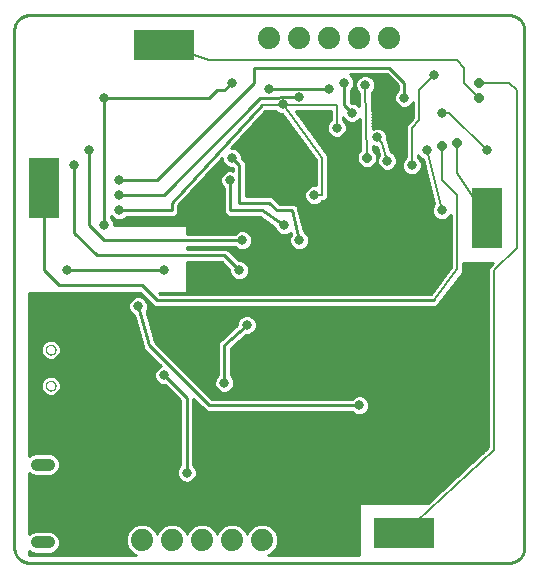
<source format=gbl>
G75*
%MOIN*%
%OFA0B0*%
%FSLAX25Y25*%
%IPPOS*%
%LPD*%
%AMOC8*
5,1,8,0,0,1.08239X$1,22.5*
%
%ADD10C,0.01000*%
%ADD11R,0.20000X0.10000*%
%ADD12R,0.10000X0.20000*%
%ADD13C,0.07400*%
%ADD14C,0.00000*%
%ADD15C,0.04000*%
%ADD16C,0.03169*%
%ADD17C,0.00700*%
%ADD18C,0.00800*%
%ADD19OC8,0.03169*%
D10*
X0008000Y0006500D02*
X0008000Y0179000D01*
X0008002Y0179140D01*
X0008008Y0179280D01*
X0008018Y0179420D01*
X0008031Y0179560D01*
X0008049Y0179699D01*
X0008071Y0179838D01*
X0008096Y0179975D01*
X0008125Y0180113D01*
X0008158Y0180249D01*
X0008195Y0180384D01*
X0008236Y0180518D01*
X0008281Y0180651D01*
X0008329Y0180783D01*
X0008381Y0180913D01*
X0008436Y0181042D01*
X0008495Y0181169D01*
X0008558Y0181295D01*
X0008624Y0181419D01*
X0008693Y0181540D01*
X0008766Y0181660D01*
X0008843Y0181778D01*
X0008922Y0181893D01*
X0009005Y0182007D01*
X0009091Y0182117D01*
X0009180Y0182226D01*
X0009272Y0182332D01*
X0009367Y0182435D01*
X0009464Y0182536D01*
X0009565Y0182633D01*
X0009668Y0182728D01*
X0009774Y0182820D01*
X0009883Y0182909D01*
X0009993Y0182995D01*
X0010107Y0183078D01*
X0010222Y0183157D01*
X0010340Y0183234D01*
X0010460Y0183307D01*
X0010581Y0183376D01*
X0010705Y0183442D01*
X0010831Y0183505D01*
X0010958Y0183564D01*
X0011087Y0183619D01*
X0011217Y0183671D01*
X0011349Y0183719D01*
X0011482Y0183764D01*
X0011616Y0183805D01*
X0011751Y0183842D01*
X0011887Y0183875D01*
X0012025Y0183904D01*
X0012162Y0183929D01*
X0012301Y0183951D01*
X0012440Y0183969D01*
X0012580Y0183982D01*
X0012720Y0183992D01*
X0012860Y0183998D01*
X0013000Y0184000D01*
X0173000Y0184000D01*
X0173140Y0183998D01*
X0173280Y0183992D01*
X0173420Y0183982D01*
X0173560Y0183969D01*
X0173699Y0183951D01*
X0173838Y0183929D01*
X0173975Y0183904D01*
X0174113Y0183875D01*
X0174249Y0183842D01*
X0174384Y0183805D01*
X0174518Y0183764D01*
X0174651Y0183719D01*
X0174783Y0183671D01*
X0174913Y0183619D01*
X0175042Y0183564D01*
X0175169Y0183505D01*
X0175295Y0183442D01*
X0175419Y0183376D01*
X0175540Y0183307D01*
X0175660Y0183234D01*
X0175778Y0183157D01*
X0175893Y0183078D01*
X0176007Y0182995D01*
X0176117Y0182909D01*
X0176226Y0182820D01*
X0176332Y0182728D01*
X0176435Y0182633D01*
X0176536Y0182536D01*
X0176633Y0182435D01*
X0176728Y0182332D01*
X0176820Y0182226D01*
X0176909Y0182117D01*
X0176995Y0182007D01*
X0177078Y0181893D01*
X0177157Y0181778D01*
X0177234Y0181660D01*
X0177307Y0181540D01*
X0177376Y0181419D01*
X0177442Y0181295D01*
X0177505Y0181169D01*
X0177564Y0181042D01*
X0177619Y0180913D01*
X0177671Y0180783D01*
X0177719Y0180651D01*
X0177764Y0180518D01*
X0177805Y0180384D01*
X0177842Y0180249D01*
X0177875Y0180113D01*
X0177904Y0179975D01*
X0177929Y0179838D01*
X0177951Y0179699D01*
X0177969Y0179560D01*
X0177982Y0179420D01*
X0177992Y0179280D01*
X0177998Y0179140D01*
X0178000Y0179000D01*
X0178000Y0006500D01*
X0177998Y0006360D01*
X0177992Y0006220D01*
X0177982Y0006080D01*
X0177969Y0005940D01*
X0177951Y0005801D01*
X0177929Y0005662D01*
X0177904Y0005525D01*
X0177875Y0005387D01*
X0177842Y0005251D01*
X0177805Y0005116D01*
X0177764Y0004982D01*
X0177719Y0004849D01*
X0177671Y0004717D01*
X0177619Y0004587D01*
X0177564Y0004458D01*
X0177505Y0004331D01*
X0177442Y0004205D01*
X0177376Y0004081D01*
X0177307Y0003960D01*
X0177234Y0003840D01*
X0177157Y0003722D01*
X0177078Y0003607D01*
X0176995Y0003493D01*
X0176909Y0003383D01*
X0176820Y0003274D01*
X0176728Y0003168D01*
X0176633Y0003065D01*
X0176536Y0002964D01*
X0176435Y0002867D01*
X0176332Y0002772D01*
X0176226Y0002680D01*
X0176117Y0002591D01*
X0176007Y0002505D01*
X0175893Y0002422D01*
X0175778Y0002343D01*
X0175660Y0002266D01*
X0175540Y0002193D01*
X0175419Y0002124D01*
X0175295Y0002058D01*
X0175169Y0001995D01*
X0175042Y0001936D01*
X0174913Y0001881D01*
X0174783Y0001829D01*
X0174651Y0001781D01*
X0174518Y0001736D01*
X0174384Y0001695D01*
X0174249Y0001658D01*
X0174113Y0001625D01*
X0173975Y0001596D01*
X0173838Y0001571D01*
X0173699Y0001549D01*
X0173560Y0001531D01*
X0173420Y0001518D01*
X0173280Y0001508D01*
X0173140Y0001502D01*
X0173000Y0001500D01*
X0013000Y0001500D01*
X0013000Y0004000D02*
X0013000Y0005494D01*
X0013373Y0005121D01*
X0014733Y0004558D01*
X0020204Y0004558D01*
X0021564Y0005121D01*
X0022605Y0006162D01*
X0023168Y0007522D01*
X0023168Y0008994D01*
X0022605Y0010354D01*
X0021564Y0011395D01*
X0020204Y0011958D01*
X0014733Y0011958D01*
X0013373Y0011395D01*
X0013000Y0011022D01*
X0013000Y0031478D01*
X0013373Y0031105D01*
X0014733Y0030542D01*
X0020204Y0030542D01*
X0021564Y0031105D01*
X0022605Y0032146D01*
X0023168Y0033506D01*
X0023168Y0034978D01*
X0022605Y0036338D01*
X0021564Y0037379D01*
X0020204Y0037942D01*
X0014733Y0037942D01*
X0013373Y0037379D01*
X0013000Y0037006D01*
X0013000Y0091500D01*
X0049889Y0091500D01*
X0054589Y0086800D01*
X0148661Y0086800D01*
X0149950Y0088089D01*
X0149950Y0088428D01*
X0157088Y0097868D01*
X0157600Y0098380D01*
X0157600Y0098545D01*
X0157700Y0098677D01*
X0157600Y0099395D01*
X0157600Y0101500D01*
X0167530Y0101500D01*
X0167130Y0101100D01*
X0165900Y0099870D01*
X0165900Y0039924D01*
X0145801Y0021500D01*
X0123000Y0021500D01*
X0123000Y0004000D01*
X0092540Y0004000D01*
X0093559Y0004422D01*
X0095078Y0005941D01*
X0095900Y0007926D01*
X0095900Y0010074D01*
X0095078Y0012059D01*
X0093559Y0013578D01*
X0091574Y0014400D01*
X0089426Y0014400D01*
X0087441Y0013578D01*
X0085922Y0012059D01*
X0085500Y0011040D01*
X0085078Y0012059D01*
X0083559Y0013578D01*
X0081574Y0014400D01*
X0079426Y0014400D01*
X0077441Y0013578D01*
X0075922Y0012059D01*
X0075500Y0011040D01*
X0075078Y0012059D01*
X0073559Y0013578D01*
X0071574Y0014400D01*
X0069426Y0014400D01*
X0067441Y0013578D01*
X0065922Y0012059D01*
X0065500Y0011040D01*
X0065078Y0012059D01*
X0063559Y0013578D01*
X0061574Y0014400D01*
X0059426Y0014400D01*
X0057441Y0013578D01*
X0055922Y0012059D01*
X0055500Y0011040D01*
X0055078Y0012059D01*
X0053559Y0013578D01*
X0051574Y0014400D01*
X0049426Y0014400D01*
X0047441Y0013578D01*
X0045922Y0012059D01*
X0045100Y0010074D01*
X0045100Y0007926D01*
X0045922Y0005941D01*
X0047441Y0004422D01*
X0048460Y0004000D01*
X0013000Y0004000D01*
X0013000Y0004287D02*
X0047767Y0004287D01*
X0046578Y0005286D02*
X0021729Y0005286D01*
X0022656Y0006284D02*
X0045780Y0006284D01*
X0045366Y0007283D02*
X0023069Y0007283D01*
X0023168Y0008281D02*
X0045100Y0008281D01*
X0045100Y0009280D02*
X0023050Y0009280D01*
X0022637Y0010278D02*
X0045185Y0010278D01*
X0045598Y0011277D02*
X0021682Y0011277D01*
X0013255Y0011277D02*
X0013000Y0011277D01*
X0013000Y0012275D02*
X0046138Y0012275D01*
X0047137Y0013274D02*
X0013000Y0013274D01*
X0013000Y0014272D02*
X0049117Y0014272D01*
X0051883Y0014272D02*
X0059117Y0014272D01*
X0057137Y0013274D02*
X0053863Y0013274D01*
X0054862Y0012275D02*
X0056138Y0012275D01*
X0055598Y0011277D02*
X0055402Y0011277D01*
X0061883Y0014272D02*
X0069117Y0014272D01*
X0067137Y0013274D02*
X0063863Y0013274D01*
X0064862Y0012275D02*
X0066138Y0012275D01*
X0065598Y0011277D02*
X0065402Y0011277D01*
X0071883Y0014272D02*
X0079117Y0014272D01*
X0077137Y0013274D02*
X0073863Y0013274D01*
X0074862Y0012275D02*
X0076138Y0012275D01*
X0075598Y0011277D02*
X0075402Y0011277D01*
X0081883Y0014272D02*
X0089117Y0014272D01*
X0087137Y0013274D02*
X0083863Y0013274D01*
X0084862Y0012275D02*
X0086138Y0012275D01*
X0085598Y0011277D02*
X0085402Y0011277D01*
X0091883Y0014272D02*
X0123000Y0014272D01*
X0123000Y0013274D02*
X0093863Y0013274D01*
X0094862Y0012275D02*
X0123000Y0012275D01*
X0123000Y0011277D02*
X0095402Y0011277D01*
X0095815Y0010278D02*
X0123000Y0010278D01*
X0123000Y0009280D02*
X0095900Y0009280D01*
X0095900Y0008281D02*
X0123000Y0008281D01*
X0123000Y0007283D02*
X0095634Y0007283D01*
X0095220Y0006284D02*
X0123000Y0006284D01*
X0123000Y0005286D02*
X0094422Y0005286D01*
X0093233Y0004287D02*
X0123000Y0004287D01*
X0123000Y0015271D02*
X0013000Y0015271D01*
X0013000Y0016269D02*
X0123000Y0016269D01*
X0123000Y0017268D02*
X0013000Y0017268D01*
X0013000Y0018266D02*
X0123000Y0018266D01*
X0123000Y0019265D02*
X0013000Y0019265D01*
X0013000Y0020263D02*
X0123000Y0020263D01*
X0123000Y0021262D02*
X0013000Y0021262D01*
X0013000Y0022260D02*
X0146631Y0022260D01*
X0147720Y0023259D02*
X0013000Y0023259D01*
X0013000Y0024257D02*
X0148809Y0024257D01*
X0149899Y0025256D02*
X0013000Y0025256D01*
X0013000Y0026254D02*
X0150988Y0026254D01*
X0152077Y0027253D02*
X0013000Y0027253D01*
X0013000Y0028251D02*
X0064761Y0028251D01*
X0064847Y0028216D02*
X0066153Y0028216D01*
X0067360Y0028716D01*
X0068284Y0029640D01*
X0068784Y0030847D01*
X0068784Y0032153D01*
X0068284Y0033360D01*
X0067700Y0033945D01*
X0067700Y0056189D01*
X0070800Y0053089D01*
X0072089Y0051800D01*
X0120555Y0051800D01*
X0121140Y0051216D01*
X0122347Y0050716D01*
X0123653Y0050716D01*
X0124860Y0051216D01*
X0125784Y0052140D01*
X0126284Y0053347D01*
X0126284Y0054653D01*
X0125784Y0055860D01*
X0124860Y0056784D01*
X0123653Y0057284D01*
X0122347Y0057284D01*
X0121140Y0056784D01*
X0120555Y0056200D01*
X0073911Y0056200D01*
X0054957Y0075155D01*
X0052059Y0085200D01*
X0052534Y0086347D01*
X0052534Y0087653D01*
X0052034Y0088860D01*
X0051110Y0089784D01*
X0049903Y0090284D01*
X0048597Y0090284D01*
X0047390Y0089784D01*
X0046466Y0088860D01*
X0045966Y0087653D01*
X0045966Y0086347D01*
X0046466Y0085140D01*
X0047390Y0084216D01*
X0047814Y0084040D01*
X0050800Y0073689D01*
X0050800Y0073089D01*
X0051043Y0072845D01*
X0051139Y0072515D01*
X0051664Y0072224D01*
X0056822Y0067067D01*
X0056140Y0066784D01*
X0055216Y0065860D01*
X0054716Y0064653D01*
X0054716Y0063347D01*
X0055216Y0062140D01*
X0056140Y0061216D01*
X0057347Y0060716D01*
X0058173Y0060716D01*
X0063300Y0055589D01*
X0063300Y0033945D01*
X0062716Y0033360D01*
X0062216Y0032153D01*
X0062216Y0030847D01*
X0062716Y0029640D01*
X0063640Y0028716D01*
X0064847Y0028216D01*
X0066239Y0028251D02*
X0153166Y0028251D01*
X0154256Y0029250D02*
X0067895Y0029250D01*
X0068536Y0030248D02*
X0155345Y0030248D01*
X0156434Y0031247D02*
X0068784Y0031247D01*
X0068746Y0032245D02*
X0157524Y0032245D01*
X0158613Y0033244D02*
X0068332Y0033244D01*
X0067700Y0034242D02*
X0159702Y0034242D01*
X0160791Y0035241D02*
X0067700Y0035241D01*
X0067700Y0036239D02*
X0161881Y0036239D01*
X0162970Y0037238D02*
X0067700Y0037238D01*
X0067700Y0038237D02*
X0164059Y0038237D01*
X0165149Y0039235D02*
X0067700Y0039235D01*
X0067700Y0040234D02*
X0165900Y0040234D01*
X0165900Y0041232D02*
X0067700Y0041232D01*
X0067700Y0042231D02*
X0165900Y0042231D01*
X0165900Y0043229D02*
X0067700Y0043229D01*
X0067700Y0044228D02*
X0165900Y0044228D01*
X0165900Y0045226D02*
X0067700Y0045226D01*
X0067700Y0046225D02*
X0165900Y0046225D01*
X0165900Y0047223D02*
X0067700Y0047223D01*
X0067700Y0048222D02*
X0165900Y0048222D01*
X0165900Y0049220D02*
X0067700Y0049220D01*
X0067700Y0050219D02*
X0165900Y0050219D01*
X0165900Y0051217D02*
X0124862Y0051217D01*
X0125816Y0052216D02*
X0165900Y0052216D01*
X0165900Y0053214D02*
X0126229Y0053214D01*
X0126284Y0054213D02*
X0165900Y0054213D01*
X0165900Y0055211D02*
X0126053Y0055211D01*
X0125435Y0056210D02*
X0165900Y0056210D01*
X0165900Y0057208D02*
X0123837Y0057208D01*
X0122163Y0057208D02*
X0072903Y0057208D01*
X0073902Y0056210D02*
X0120565Y0056210D01*
X0123000Y0054000D02*
X0073000Y0054000D01*
X0053000Y0074000D01*
X0049250Y0087000D01*
X0046766Y0089161D02*
X0013000Y0089161D01*
X0013000Y0090159D02*
X0048295Y0090159D01*
X0050205Y0090159D02*
X0051230Y0090159D01*
X0051734Y0089161D02*
X0052228Y0089161D01*
X0052323Y0088162D02*
X0053227Y0088162D01*
X0052534Y0087164D02*
X0054225Y0087164D01*
X0052459Y0086165D02*
X0165900Y0086165D01*
X0165900Y0085167D02*
X0052069Y0085167D01*
X0052357Y0084168D02*
X0165900Y0084168D01*
X0165900Y0083170D02*
X0087725Y0083170D01*
X0087360Y0083534D02*
X0088284Y0082610D01*
X0088784Y0081403D01*
X0088784Y0080097D01*
X0088284Y0078890D01*
X0087360Y0077966D01*
X0086153Y0077466D01*
X0085139Y0077466D01*
X0080200Y0073020D01*
X0080200Y0063945D01*
X0080784Y0063360D01*
X0081284Y0062153D01*
X0081284Y0060847D01*
X0080784Y0059640D01*
X0079860Y0058716D01*
X0078653Y0058216D01*
X0077347Y0058216D01*
X0076140Y0058716D01*
X0075216Y0059640D01*
X0074716Y0060847D01*
X0074716Y0062153D01*
X0075216Y0063360D01*
X0075800Y0063945D01*
X0075800Y0073156D01*
X0075755Y0073206D01*
X0075800Y0074058D01*
X0075800Y0074911D01*
X0075847Y0074959D01*
X0075851Y0075026D01*
X0076485Y0075597D01*
X0077089Y0076200D01*
X0077156Y0076200D01*
X0082216Y0080754D01*
X0082216Y0081403D01*
X0082716Y0082610D01*
X0083640Y0083534D01*
X0084847Y0084034D01*
X0086153Y0084034D01*
X0087360Y0083534D01*
X0088466Y0082171D02*
X0165900Y0082171D01*
X0165900Y0081172D02*
X0088784Y0081172D01*
X0088784Y0080174D02*
X0165900Y0080174D01*
X0165900Y0079175D02*
X0088403Y0079175D01*
X0087572Y0078177D02*
X0165900Y0078177D01*
X0165900Y0077178D02*
X0084820Y0077178D01*
X0083711Y0076180D02*
X0165900Y0076180D01*
X0165900Y0075181D02*
X0082601Y0075181D01*
X0081492Y0074183D02*
X0165900Y0074183D01*
X0165900Y0073184D02*
X0080382Y0073184D01*
X0080200Y0072186D02*
X0165900Y0072186D01*
X0165900Y0071187D02*
X0080200Y0071187D01*
X0080200Y0070189D02*
X0165900Y0070189D01*
X0165900Y0069190D02*
X0080200Y0069190D01*
X0080200Y0068192D02*
X0165900Y0068192D01*
X0165900Y0067193D02*
X0080200Y0067193D01*
X0080200Y0066195D02*
X0165900Y0066195D01*
X0165900Y0065196D02*
X0080200Y0065196D01*
X0080200Y0064198D02*
X0165900Y0064198D01*
X0165900Y0063199D02*
X0080851Y0063199D01*
X0081265Y0062201D02*
X0165900Y0062201D01*
X0165900Y0061202D02*
X0081284Y0061202D01*
X0081018Y0060204D02*
X0165900Y0060204D01*
X0165900Y0059205D02*
X0080350Y0059205D01*
X0078000Y0061500D02*
X0078000Y0074000D01*
X0085500Y0080750D01*
X0083275Y0083170D02*
X0052645Y0083170D01*
X0052933Y0082171D02*
X0082534Y0082171D01*
X0082216Y0081172D02*
X0053221Y0081172D01*
X0053509Y0080174D02*
X0081571Y0080174D01*
X0080462Y0079175D02*
X0053797Y0079175D01*
X0054085Y0078177D02*
X0079352Y0078177D01*
X0078243Y0077178D02*
X0054373Y0077178D01*
X0054661Y0076180D02*
X0077069Y0076180D01*
X0076024Y0075181D02*
X0054949Y0075181D01*
X0055928Y0074183D02*
X0075800Y0074183D01*
X0075774Y0073184D02*
X0056927Y0073184D01*
X0057925Y0072186D02*
X0075800Y0072186D01*
X0075800Y0071187D02*
X0058924Y0071187D01*
X0059922Y0070189D02*
X0075800Y0070189D01*
X0075800Y0069190D02*
X0060921Y0069190D01*
X0061919Y0068192D02*
X0075800Y0068192D01*
X0075800Y0067193D02*
X0062918Y0067193D01*
X0063916Y0066195D02*
X0075800Y0066195D01*
X0075800Y0065196D02*
X0064915Y0065196D01*
X0065913Y0064198D02*
X0075800Y0064198D01*
X0075149Y0063199D02*
X0066912Y0063199D01*
X0067910Y0062201D02*
X0074735Y0062201D01*
X0074716Y0061202D02*
X0068909Y0061202D01*
X0069908Y0060204D02*
X0074982Y0060204D01*
X0075650Y0059205D02*
X0070906Y0059205D01*
X0071905Y0058207D02*
X0165900Y0058207D01*
X0165900Y0087164D02*
X0149025Y0087164D01*
X0149950Y0088162D02*
X0165900Y0088162D01*
X0165900Y0089161D02*
X0150504Y0089161D01*
X0151259Y0090159D02*
X0165900Y0090159D01*
X0165900Y0091158D02*
X0152014Y0091158D01*
X0152769Y0092156D02*
X0165900Y0092156D01*
X0165900Y0093155D02*
X0153524Y0093155D01*
X0154279Y0094153D02*
X0165900Y0094153D01*
X0165900Y0095152D02*
X0155034Y0095152D01*
X0155789Y0096150D02*
X0165900Y0096150D01*
X0165900Y0097149D02*
X0156544Y0097149D01*
X0157367Y0098147D02*
X0165900Y0098147D01*
X0165900Y0099146D02*
X0157635Y0099146D01*
X0157600Y0100144D02*
X0166174Y0100144D01*
X0167173Y0101143D02*
X0157600Y0101143D01*
X0153400Y0101143D02*
X0085502Y0101143D01*
X0085784Y0100860D02*
X0084860Y0101784D01*
X0083653Y0102284D01*
X0082827Y0102284D01*
X0078911Y0106200D01*
X0065500Y0106200D01*
X0065500Y0106800D01*
X0081555Y0106800D01*
X0082140Y0106216D01*
X0083347Y0105716D01*
X0084653Y0105716D01*
X0085860Y0106216D01*
X0086784Y0107140D01*
X0087284Y0108347D01*
X0087284Y0109653D01*
X0086784Y0110860D01*
X0085860Y0111784D01*
X0084653Y0112284D01*
X0083347Y0112284D01*
X0082140Y0111784D01*
X0081555Y0111200D01*
X0065500Y0111200D01*
X0065500Y0114000D01*
X0041284Y0114000D01*
X0041284Y0114653D01*
X0040784Y0115860D01*
X0040200Y0116445D01*
X0040200Y0117178D01*
X0040216Y0117140D01*
X0041140Y0116216D01*
X0042347Y0115716D01*
X0043653Y0115716D01*
X0044860Y0116216D01*
X0045445Y0116800D01*
X0061411Y0116800D01*
X0062700Y0118089D01*
X0062700Y0120640D01*
X0077216Y0136365D01*
X0077216Y0135847D01*
X0077716Y0134640D01*
X0078640Y0133716D01*
X0079847Y0133216D01*
X0080673Y0133216D01*
X0080800Y0133089D01*
X0080800Y0132223D01*
X0080653Y0132284D01*
X0079347Y0132284D01*
X0078140Y0131784D01*
X0077216Y0130860D01*
X0076716Y0129653D01*
X0076716Y0128347D01*
X0077216Y0127140D01*
X0077800Y0126555D01*
X0077800Y0118089D01*
X0079089Y0116800D01*
X0089834Y0116800D01*
X0094716Y0113545D01*
X0094716Y0113347D01*
X0095216Y0112140D01*
X0096140Y0111216D01*
X0097347Y0110716D01*
X0098653Y0110716D01*
X0099860Y0111216D01*
X0100115Y0111470D01*
X0100257Y0110902D01*
X0100216Y0110860D01*
X0099716Y0109653D01*
X0099716Y0108347D01*
X0100216Y0107140D01*
X0101140Y0106216D01*
X0102347Y0105716D01*
X0103653Y0105716D01*
X0104860Y0106216D01*
X0105784Y0107140D01*
X0106284Y0108347D01*
X0106284Y0109653D01*
X0105784Y0110860D01*
X0104860Y0111784D01*
X0104538Y0111918D01*
X0102700Y0119271D01*
X0102700Y0119911D01*
X0102487Y0120125D01*
X0102413Y0120418D01*
X0101864Y0120747D01*
X0101411Y0121200D01*
X0101109Y0121200D01*
X0100850Y0121355D01*
X0100229Y0121200D01*
X0096411Y0121200D01*
X0093911Y0123700D01*
X0085200Y0123700D01*
X0085200Y0134911D01*
X0083911Y0136200D01*
X0083784Y0136327D01*
X0083784Y0137153D01*
X0083284Y0138360D01*
X0082360Y0139284D01*
X0081153Y0139784D01*
X0080372Y0139784D01*
X0091602Y0151950D01*
X0095155Y0151950D01*
X0095640Y0151466D01*
X0096847Y0150966D01*
X0097364Y0150966D01*
X0108450Y0135830D01*
X0108450Y0127284D01*
X0107347Y0127284D01*
X0106140Y0126784D01*
X0105216Y0125860D01*
X0104716Y0124653D01*
X0104716Y0123347D01*
X0105216Y0122140D01*
X0106140Y0121216D01*
X0107347Y0120716D01*
X0108653Y0120716D01*
X0109860Y0121216D01*
X0110595Y0121950D01*
X0111349Y0121950D01*
X0112550Y0123151D01*
X0112550Y0136343D01*
X0112656Y0137026D01*
X0112550Y0137170D01*
X0112550Y0137349D01*
X0112061Y0137838D01*
X0101725Y0151950D01*
X0113450Y0151950D01*
X0113450Y0149095D01*
X0112716Y0148360D01*
X0112216Y0147153D01*
X0112216Y0145847D01*
X0112716Y0144640D01*
X0113640Y0143716D01*
X0114847Y0143216D01*
X0116153Y0143216D01*
X0117360Y0143716D01*
X0118284Y0144640D01*
X0118784Y0145847D01*
X0118784Y0147153D01*
X0118284Y0148360D01*
X0117550Y0149095D01*
X0117550Y0150040D01*
X0117716Y0149640D01*
X0118640Y0148716D01*
X0119847Y0148216D01*
X0121153Y0148216D01*
X0122360Y0148716D01*
X0123132Y0149487D01*
X0123348Y0138993D01*
X0122216Y0137860D01*
X0122216Y0135140D01*
X0124140Y0133216D01*
X0126860Y0133216D01*
X0128784Y0135140D01*
X0128784Y0137860D01*
X0127547Y0139098D01*
X0127522Y0140307D01*
X0128347Y0139966D01*
X0128812Y0139966D01*
X0129548Y0137443D01*
X0129466Y0137360D01*
X0128966Y0136153D01*
X0128966Y0134847D01*
X0129466Y0133640D01*
X0130390Y0132716D01*
X0131597Y0132216D01*
X0132903Y0132216D01*
X0134110Y0132716D01*
X0135034Y0133640D01*
X0135534Y0134847D01*
X0135534Y0136153D01*
X0135034Y0137360D01*
X0134110Y0138284D01*
X0133500Y0138537D01*
X0132573Y0141715D01*
X0132609Y0142189D01*
X0132344Y0142498D01*
X0132284Y0142704D01*
X0132284Y0143903D01*
X0131784Y0145110D01*
X0130860Y0146034D01*
X0129653Y0146534D01*
X0128347Y0146534D01*
X0127402Y0146143D01*
X0127152Y0158257D01*
X0127784Y0158890D01*
X0128284Y0160097D01*
X0128284Y0161403D01*
X0127784Y0162610D01*
X0126860Y0163534D01*
X0125653Y0164034D01*
X0124347Y0164034D01*
X0123140Y0163534D01*
X0122216Y0162610D01*
X0121716Y0161403D01*
X0121716Y0160097D01*
X0122216Y0158890D01*
X0122953Y0158152D01*
X0123047Y0153598D01*
X0122360Y0154284D01*
X0121153Y0154784D01*
X0120327Y0154784D01*
X0120200Y0154911D01*
X0120200Y0159055D01*
X0120784Y0159640D01*
X0121284Y0160847D01*
X0121284Y0162153D01*
X0120784Y0163360D01*
X0119860Y0164284D01*
X0119822Y0164300D01*
X0132089Y0164300D01*
X0135800Y0160589D01*
X0135800Y0158945D01*
X0135216Y0158360D01*
X0134716Y0157153D01*
X0134716Y0155847D01*
X0135216Y0154640D01*
X0136140Y0153716D01*
X0137347Y0153216D01*
X0138653Y0153216D01*
X0139860Y0153716D01*
X0140784Y0154640D01*
X0140950Y0155040D01*
X0140950Y0149849D01*
X0138450Y0147349D01*
X0138450Y0136595D01*
X0137716Y0135860D01*
X0137216Y0134653D01*
X0137216Y0133347D01*
X0137716Y0132140D01*
X0138640Y0131216D01*
X0139847Y0130716D01*
X0141153Y0130716D01*
X0142360Y0131216D01*
X0143284Y0132140D01*
X0143784Y0133347D01*
X0143784Y0134653D01*
X0143284Y0135860D01*
X0142550Y0136595D01*
X0142550Y0137540D01*
X0142716Y0137140D01*
X0143640Y0136216D01*
X0144134Y0136011D01*
X0147881Y0121025D01*
X0147716Y0120860D01*
X0147216Y0119653D01*
X0147216Y0118347D01*
X0147716Y0117140D01*
X0148640Y0116216D01*
X0149847Y0115716D01*
X0151153Y0115716D01*
X0152360Y0116216D01*
X0153284Y0117140D01*
X0153400Y0117419D01*
X0153400Y0099955D01*
X0146781Y0091200D01*
X0056411Y0091200D01*
X0056111Y0091500D01*
X0065500Y0091500D01*
X0065500Y0101800D01*
X0077089Y0101800D01*
X0079716Y0099173D01*
X0079716Y0098347D01*
X0080216Y0097140D01*
X0081140Y0096216D01*
X0082347Y0095716D01*
X0083653Y0095716D01*
X0084860Y0096216D01*
X0085784Y0097140D01*
X0086284Y0098347D01*
X0086284Y0099653D01*
X0085784Y0100860D01*
X0086081Y0100144D02*
X0153400Y0100144D01*
X0152788Y0099146D02*
X0086284Y0099146D01*
X0086202Y0098147D02*
X0152033Y0098147D01*
X0151278Y0097149D02*
X0085788Y0097149D01*
X0084702Y0096150D02*
X0150524Y0096150D01*
X0149769Y0095152D02*
X0065500Y0095152D01*
X0065500Y0096150D02*
X0081298Y0096150D01*
X0080212Y0097149D02*
X0065500Y0097149D01*
X0065500Y0098147D02*
X0079798Y0098147D01*
X0079716Y0099146D02*
X0065500Y0099146D01*
X0065500Y0100144D02*
X0078745Y0100144D01*
X0077746Y0101143D02*
X0065500Y0101143D01*
X0065500Y0094153D02*
X0149014Y0094153D01*
X0148259Y0093155D02*
X0065500Y0093155D01*
X0065500Y0092156D02*
X0147504Y0092156D01*
X0147750Y0089000D02*
X0055500Y0089000D01*
X0050500Y0094000D01*
X0023000Y0094000D01*
X0018000Y0099000D01*
X0018000Y0126500D01*
X0028000Y0134000D02*
X0028000Y0111500D01*
X0035500Y0104000D01*
X0078000Y0104000D01*
X0083000Y0099000D01*
X0083999Y0102141D02*
X0153400Y0102141D01*
X0153400Y0103140D02*
X0081972Y0103140D01*
X0080973Y0104138D02*
X0153400Y0104138D01*
X0153400Y0105137D02*
X0079974Y0105137D01*
X0078976Y0106135D02*
X0082334Y0106135D01*
X0084000Y0109000D02*
X0038000Y0109000D01*
X0033000Y0114000D01*
X0033000Y0139000D01*
X0043000Y0129000D02*
X0055500Y0129000D01*
X0088000Y0161500D01*
X0088000Y0166500D01*
X0133000Y0166500D01*
X0138000Y0161500D01*
X0138000Y0156500D01*
X0140208Y0154064D02*
X0140950Y0154064D01*
X0140950Y0153065D02*
X0127259Y0153065D01*
X0127279Y0152067D02*
X0140950Y0152067D01*
X0140950Y0151068D02*
X0127300Y0151068D01*
X0127321Y0150070D02*
X0140950Y0150070D01*
X0140172Y0149071D02*
X0127341Y0149071D01*
X0127362Y0148073D02*
X0139174Y0148073D01*
X0138450Y0147074D02*
X0127382Y0147074D01*
X0130760Y0146076D02*
X0138450Y0146076D01*
X0138450Y0145077D02*
X0131798Y0145077D01*
X0132212Y0144079D02*
X0138450Y0144079D01*
X0138450Y0143080D02*
X0132284Y0143080D01*
X0132601Y0142082D02*
X0138450Y0142082D01*
X0138450Y0141083D02*
X0132757Y0141083D01*
X0133048Y0140085D02*
X0138450Y0140085D01*
X0138450Y0139086D02*
X0133339Y0139086D01*
X0134307Y0138088D02*
X0138450Y0138088D01*
X0138450Y0137089D02*
X0135147Y0137089D01*
X0135534Y0136091D02*
X0137946Y0136091D01*
X0137398Y0135092D02*
X0135534Y0135092D01*
X0135222Y0134094D02*
X0137216Y0134094D01*
X0137320Y0133095D02*
X0134490Y0133095D01*
X0137759Y0132097D02*
X0112550Y0132097D01*
X0112550Y0133095D02*
X0130010Y0133095D01*
X0129278Y0134094D02*
X0127738Y0134094D01*
X0128737Y0135092D02*
X0128966Y0135092D01*
X0128966Y0136091D02*
X0128784Y0136091D01*
X0128784Y0137089D02*
X0129353Y0137089D01*
X0129360Y0138088D02*
X0128557Y0138088D01*
X0129069Y0139086D02*
X0127558Y0139086D01*
X0127527Y0140085D02*
X0128060Y0140085D01*
X0123326Y0140085D02*
X0110416Y0140085D01*
X0109684Y0141083D02*
X0123305Y0141083D01*
X0123284Y0142082D02*
X0108953Y0142082D01*
X0108222Y0143080D02*
X0123264Y0143080D01*
X0123243Y0144079D02*
X0117723Y0144079D01*
X0118465Y0145077D02*
X0123223Y0145077D01*
X0123202Y0146076D02*
X0118784Y0146076D01*
X0118784Y0147074D02*
X0123182Y0147074D01*
X0123161Y0148073D02*
X0118403Y0148073D01*
X0118284Y0149071D02*
X0117573Y0149071D01*
X0120500Y0151500D02*
X0118000Y0154000D01*
X0118000Y0161500D01*
X0120201Y0159056D02*
X0122147Y0159056D01*
X0121733Y0160055D02*
X0120956Y0160055D01*
X0121284Y0161053D02*
X0121716Y0161053D01*
X0121984Y0162052D02*
X0121284Y0162052D01*
X0120913Y0163050D02*
X0122656Y0163050D01*
X0120096Y0164049D02*
X0132340Y0164049D01*
X0133338Y0163050D02*
X0127344Y0163050D01*
X0128016Y0162052D02*
X0134337Y0162052D01*
X0135335Y0161053D02*
X0128284Y0161053D01*
X0128267Y0160055D02*
X0135800Y0160055D01*
X0135800Y0159056D02*
X0127853Y0159056D01*
X0127156Y0158058D02*
X0135090Y0158058D01*
X0134716Y0157059D02*
X0127177Y0157059D01*
X0127197Y0156061D02*
X0134716Y0156061D01*
X0135041Y0155062D02*
X0127218Y0155062D01*
X0127238Y0154064D02*
X0135792Y0154064D01*
X0123037Y0154064D02*
X0122581Y0154064D01*
X0123017Y0155062D02*
X0120200Y0155062D01*
X0120200Y0156061D02*
X0122996Y0156061D01*
X0122976Y0157059D02*
X0120200Y0157059D01*
X0120200Y0158058D02*
X0122955Y0158058D01*
X0123140Y0149071D02*
X0122716Y0149071D01*
X0113427Y0149071D02*
X0103834Y0149071D01*
X0104565Y0148073D02*
X0112597Y0148073D01*
X0112216Y0147074D02*
X0105296Y0147074D01*
X0106028Y0146076D02*
X0112216Y0146076D01*
X0112534Y0145077D02*
X0106759Y0145077D01*
X0107490Y0144079D02*
X0113277Y0144079D01*
X0111147Y0139086D02*
X0123346Y0139086D01*
X0122443Y0138088D02*
X0111878Y0138088D01*
X0112610Y0137089D02*
X0122216Y0137089D01*
X0122216Y0136091D02*
X0112550Y0136091D01*
X0112550Y0135092D02*
X0122263Y0135092D01*
X0123262Y0134094D02*
X0112550Y0134094D01*
X0112550Y0131098D02*
X0138924Y0131098D01*
X0142076Y0131098D02*
X0145362Y0131098D01*
X0145113Y0132097D02*
X0143241Y0132097D01*
X0143680Y0133095D02*
X0144863Y0133095D01*
X0144614Y0134094D02*
X0143784Y0134094D01*
X0143602Y0135092D02*
X0144364Y0135092D01*
X0143942Y0136091D02*
X0143054Y0136091D01*
X0142766Y0137089D02*
X0142550Y0137089D01*
X0145612Y0130100D02*
X0112550Y0130100D01*
X0112550Y0129101D02*
X0145862Y0129101D01*
X0146111Y0128103D02*
X0112550Y0128103D01*
X0112550Y0127104D02*
X0146361Y0127104D01*
X0146611Y0126105D02*
X0112550Y0126105D01*
X0112550Y0125107D02*
X0146860Y0125107D01*
X0147110Y0124108D02*
X0112550Y0124108D01*
X0112509Y0123110D02*
X0147359Y0123110D01*
X0147609Y0122111D02*
X0111511Y0122111D01*
X0109612Y0121113D02*
X0147859Y0121113D01*
X0147407Y0120114D02*
X0102497Y0120114D01*
X0102739Y0119116D02*
X0147216Y0119116D01*
X0147311Y0118117D02*
X0102988Y0118117D01*
X0103238Y0117119D02*
X0147736Y0117119D01*
X0148870Y0116120D02*
X0103488Y0116120D01*
X0103737Y0115122D02*
X0153400Y0115122D01*
X0153400Y0116120D02*
X0152130Y0116120D01*
X0153264Y0117119D02*
X0153400Y0117119D01*
X0153400Y0114123D02*
X0103987Y0114123D01*
X0104236Y0113125D02*
X0153400Y0113125D01*
X0153400Y0112126D02*
X0104486Y0112126D01*
X0105517Y0111128D02*
X0153400Y0111128D01*
X0153400Y0110129D02*
X0106087Y0110129D01*
X0106284Y0109131D02*
X0153400Y0109131D01*
X0153400Y0108132D02*
X0106195Y0108132D01*
X0105778Y0107134D02*
X0153400Y0107134D01*
X0153400Y0106135D02*
X0104666Y0106135D01*
X0103000Y0109000D02*
X0100500Y0119000D01*
X0095500Y0119000D01*
X0093000Y0121500D01*
X0083000Y0121500D01*
X0083000Y0134000D01*
X0080500Y0136500D01*
X0083397Y0138088D02*
X0106796Y0138088D01*
X0106065Y0139086D02*
X0082558Y0139086D01*
X0080649Y0140085D02*
X0105334Y0140085D01*
X0104602Y0141083D02*
X0081571Y0141083D01*
X0082492Y0142082D02*
X0103871Y0142082D01*
X0103140Y0143080D02*
X0083414Y0143080D01*
X0084336Y0144079D02*
X0102408Y0144079D01*
X0101677Y0145077D02*
X0085258Y0145077D01*
X0086179Y0146076D02*
X0100946Y0146076D01*
X0100214Y0147074D02*
X0087101Y0147074D01*
X0088023Y0148073D02*
X0099483Y0148073D01*
X0098752Y0149071D02*
X0088944Y0149071D01*
X0089866Y0150070D02*
X0098021Y0150070D01*
X0096599Y0151068D02*
X0090788Y0151068D01*
X0090500Y0154000D02*
X0060500Y0121500D01*
X0060500Y0119000D01*
X0043000Y0119000D01*
X0044630Y0116120D02*
X0090853Y0116120D01*
X0092351Y0115122D02*
X0041090Y0115122D01*
X0041284Y0114123D02*
X0093849Y0114123D01*
X0094808Y0113125D02*
X0065500Y0113125D01*
X0065500Y0112126D02*
X0082966Y0112126D01*
X0085034Y0112126D02*
X0095229Y0112126D01*
X0096352Y0111128D02*
X0086517Y0111128D01*
X0087087Y0110129D02*
X0099913Y0110129D01*
X0099716Y0109131D02*
X0087284Y0109131D01*
X0087195Y0108132D02*
X0099805Y0108132D01*
X0100222Y0107134D02*
X0086778Y0107134D01*
X0085666Y0106135D02*
X0101334Y0106135D01*
X0100200Y0111128D02*
X0099648Y0111128D01*
X0098000Y0114000D02*
X0090500Y0119000D01*
X0088000Y0119000D01*
X0080000Y0119000D01*
X0080000Y0129000D01*
X0076716Y0129101D02*
X0070510Y0129101D01*
X0069589Y0128103D02*
X0076817Y0128103D01*
X0077251Y0127104D02*
X0068667Y0127104D01*
X0067745Y0126105D02*
X0077800Y0126105D01*
X0077800Y0125107D02*
X0066824Y0125107D01*
X0065902Y0124108D02*
X0077800Y0124108D01*
X0077800Y0123110D02*
X0064980Y0123110D01*
X0064058Y0122111D02*
X0077800Y0122111D01*
X0077800Y0121113D02*
X0063137Y0121113D01*
X0062700Y0120114D02*
X0077800Y0120114D01*
X0077800Y0119116D02*
X0062700Y0119116D01*
X0062700Y0118117D02*
X0077800Y0118117D01*
X0078770Y0117119D02*
X0061730Y0117119D01*
X0058000Y0124000D02*
X0090000Y0156500D01*
X0103000Y0156750D01*
X0102371Y0151068D02*
X0113450Y0151068D01*
X0113450Y0150070D02*
X0103103Y0150070D01*
X0113000Y0159500D02*
X0093000Y0159500D01*
X0080500Y0161500D02*
X0078000Y0159000D01*
X0075500Y0159000D01*
X0073000Y0156500D01*
X0038000Y0156500D01*
X0038000Y0114000D01*
X0040524Y0116120D02*
X0041370Y0116120D01*
X0040236Y0117119D02*
X0040200Y0117119D01*
X0043000Y0124000D02*
X0058000Y0124000D01*
X0071432Y0130100D02*
X0076901Y0130100D01*
X0077453Y0131098D02*
X0072354Y0131098D01*
X0073275Y0132097D02*
X0078894Y0132097D01*
X0078262Y0134094D02*
X0075119Y0134094D01*
X0076041Y0135092D02*
X0077528Y0135092D01*
X0077216Y0136091D02*
X0076962Y0136091D01*
X0074197Y0133095D02*
X0080794Y0133095D01*
X0084021Y0136091D02*
X0108259Y0136091D01*
X0108450Y0135092D02*
X0085019Y0135092D01*
X0085200Y0134094D02*
X0108450Y0134094D01*
X0108450Y0133095D02*
X0085200Y0133095D01*
X0085200Y0132097D02*
X0108450Y0132097D01*
X0108450Y0131098D02*
X0085200Y0131098D01*
X0085200Y0130100D02*
X0108450Y0130100D01*
X0108450Y0129101D02*
X0085200Y0129101D01*
X0085200Y0128103D02*
X0108450Y0128103D01*
X0106912Y0127104D02*
X0085200Y0127104D01*
X0085200Y0126105D02*
X0105461Y0126105D01*
X0104904Y0125107D02*
X0085200Y0125107D01*
X0085200Y0124108D02*
X0104716Y0124108D01*
X0104814Y0123110D02*
X0094501Y0123110D01*
X0095500Y0122111D02*
X0105244Y0122111D01*
X0106388Y0121113D02*
X0101498Y0121113D01*
X0107528Y0137089D02*
X0083784Y0137089D01*
X0058000Y0099000D02*
X0025500Y0099000D01*
X0013000Y0091158D02*
X0050231Y0091158D01*
X0046177Y0088162D02*
X0013000Y0088162D01*
X0013000Y0087164D02*
X0045966Y0087164D01*
X0046041Y0086165D02*
X0013000Y0086165D01*
X0013000Y0085167D02*
X0046455Y0085167D01*
X0047505Y0084168D02*
X0013000Y0084168D01*
X0013000Y0083170D02*
X0048065Y0083170D01*
X0048353Y0082171D02*
X0013000Y0082171D01*
X0013000Y0081172D02*
X0048641Y0081172D01*
X0048929Y0080174D02*
X0013000Y0080174D01*
X0013000Y0079175D02*
X0049217Y0079175D01*
X0049505Y0078177D02*
X0013000Y0078177D01*
X0013000Y0077178D02*
X0049793Y0077178D01*
X0050081Y0076180D02*
X0013000Y0076180D01*
X0013000Y0075181D02*
X0018141Y0075181D01*
X0018257Y0075298D02*
X0017328Y0074369D01*
X0016826Y0073156D01*
X0016826Y0071844D01*
X0017328Y0070631D01*
X0018257Y0069702D01*
X0019470Y0069200D01*
X0020782Y0069200D01*
X0021995Y0069702D01*
X0022924Y0070631D01*
X0023426Y0071844D01*
X0023426Y0073156D01*
X0022924Y0074369D01*
X0021995Y0075298D01*
X0020782Y0075800D01*
X0019470Y0075800D01*
X0018257Y0075298D01*
X0017251Y0074183D02*
X0013000Y0074183D01*
X0013000Y0073184D02*
X0016838Y0073184D01*
X0016826Y0072186D02*
X0013000Y0072186D01*
X0013000Y0071187D02*
X0017098Y0071187D01*
X0017770Y0070189D02*
X0013000Y0070189D01*
X0013000Y0069190D02*
X0054698Y0069190D01*
X0053700Y0070189D02*
X0022482Y0070189D01*
X0023154Y0071187D02*
X0052701Y0071187D01*
X0051703Y0072186D02*
X0023426Y0072186D01*
X0023414Y0073184D02*
X0050800Y0073184D01*
X0050658Y0074183D02*
X0023001Y0074183D01*
X0022111Y0075181D02*
X0050370Y0075181D01*
X0055697Y0068192D02*
X0013000Y0068192D01*
X0013000Y0067193D02*
X0056695Y0067193D01*
X0055550Y0066195D02*
X0013000Y0066195D01*
X0013000Y0065196D02*
X0054941Y0065196D01*
X0054716Y0064198D02*
X0013000Y0064198D01*
X0013000Y0063199D02*
X0018158Y0063199D01*
X0018257Y0063298D02*
X0017328Y0062369D01*
X0016826Y0061156D01*
X0016826Y0059844D01*
X0017328Y0058631D01*
X0018257Y0057702D01*
X0019470Y0057200D01*
X0020782Y0057200D01*
X0021995Y0057702D01*
X0022924Y0058631D01*
X0023426Y0059844D01*
X0023426Y0061156D01*
X0022924Y0062369D01*
X0021995Y0063298D01*
X0020782Y0063800D01*
X0019470Y0063800D01*
X0018257Y0063298D01*
X0017259Y0062201D02*
X0013000Y0062201D01*
X0013000Y0061202D02*
X0016845Y0061202D01*
X0016826Y0060204D02*
X0013000Y0060204D01*
X0013000Y0059205D02*
X0017090Y0059205D01*
X0017752Y0058207D02*
X0013000Y0058207D01*
X0013000Y0057208D02*
X0019450Y0057208D01*
X0020802Y0057208D02*
X0061680Y0057208D01*
X0060682Y0058207D02*
X0022500Y0058207D01*
X0023162Y0059205D02*
X0059683Y0059205D01*
X0058685Y0060204D02*
X0023426Y0060204D01*
X0023407Y0061202D02*
X0056172Y0061202D01*
X0055190Y0062201D02*
X0022993Y0062201D01*
X0022094Y0063199D02*
X0054777Y0063199D01*
X0058000Y0064000D02*
X0065500Y0056500D01*
X0065500Y0031500D01*
X0062464Y0030248D02*
X0013000Y0030248D01*
X0013000Y0029250D02*
X0063105Y0029250D01*
X0062216Y0031247D02*
X0021706Y0031247D01*
X0022646Y0032245D02*
X0062254Y0032245D01*
X0062668Y0033244D02*
X0023060Y0033244D01*
X0023168Y0034242D02*
X0063300Y0034242D01*
X0063300Y0035241D02*
X0023060Y0035241D01*
X0022646Y0036239D02*
X0063300Y0036239D01*
X0063300Y0037238D02*
X0021705Y0037238D01*
X0013232Y0037238D02*
X0013000Y0037238D01*
X0013000Y0038237D02*
X0063300Y0038237D01*
X0063300Y0039235D02*
X0013000Y0039235D01*
X0013000Y0040234D02*
X0063300Y0040234D01*
X0063300Y0041232D02*
X0013000Y0041232D01*
X0013000Y0042231D02*
X0063300Y0042231D01*
X0063300Y0043229D02*
X0013000Y0043229D01*
X0013000Y0044228D02*
X0063300Y0044228D01*
X0063300Y0045226D02*
X0013000Y0045226D01*
X0013000Y0046225D02*
X0063300Y0046225D01*
X0063300Y0047223D02*
X0013000Y0047223D01*
X0013000Y0048222D02*
X0063300Y0048222D01*
X0063300Y0049220D02*
X0013000Y0049220D01*
X0013000Y0050219D02*
X0063300Y0050219D01*
X0063300Y0051217D02*
X0013000Y0051217D01*
X0013000Y0052216D02*
X0063300Y0052216D01*
X0063300Y0053214D02*
X0013000Y0053214D01*
X0013000Y0054213D02*
X0063300Y0054213D01*
X0063300Y0055211D02*
X0013000Y0055211D01*
X0013000Y0056210D02*
X0062679Y0056210D01*
X0067700Y0055211D02*
X0068678Y0055211D01*
X0067700Y0054213D02*
X0069676Y0054213D01*
X0070675Y0053214D02*
X0067700Y0053214D01*
X0067700Y0052216D02*
X0071673Y0052216D01*
X0067700Y0051217D02*
X0121138Y0051217D01*
X0045500Y0031500D02*
X0045500Y0021500D01*
X0045500Y0031500D02*
X0038000Y0039000D01*
X0038000Y0064000D01*
X0035500Y0066500D01*
X0035500Y0074000D01*
X0013231Y0031247D02*
X0013000Y0031247D01*
X0008000Y0006500D02*
X0008002Y0006360D01*
X0008008Y0006220D01*
X0008018Y0006080D01*
X0008031Y0005940D01*
X0008049Y0005801D01*
X0008071Y0005662D01*
X0008096Y0005525D01*
X0008125Y0005387D01*
X0008158Y0005251D01*
X0008195Y0005116D01*
X0008236Y0004982D01*
X0008281Y0004849D01*
X0008329Y0004717D01*
X0008381Y0004587D01*
X0008436Y0004458D01*
X0008495Y0004331D01*
X0008558Y0004205D01*
X0008624Y0004081D01*
X0008693Y0003960D01*
X0008766Y0003840D01*
X0008843Y0003722D01*
X0008922Y0003607D01*
X0009005Y0003493D01*
X0009091Y0003383D01*
X0009180Y0003274D01*
X0009272Y0003168D01*
X0009367Y0003065D01*
X0009464Y0002964D01*
X0009565Y0002867D01*
X0009668Y0002772D01*
X0009774Y0002680D01*
X0009883Y0002591D01*
X0009993Y0002505D01*
X0010107Y0002422D01*
X0010222Y0002343D01*
X0010340Y0002266D01*
X0010460Y0002193D01*
X0010581Y0002124D01*
X0010705Y0002058D01*
X0010831Y0001995D01*
X0010958Y0001936D01*
X0011087Y0001881D01*
X0011217Y0001829D01*
X0011349Y0001781D01*
X0011482Y0001736D01*
X0011616Y0001695D01*
X0011751Y0001658D01*
X0011887Y0001625D01*
X0012025Y0001596D01*
X0012162Y0001571D01*
X0012301Y0001549D01*
X0012440Y0001531D01*
X0012580Y0001518D01*
X0012720Y0001508D01*
X0012860Y0001502D01*
X0013000Y0001500D01*
X0013000Y0005286D02*
X0013208Y0005286D01*
D11*
X0138000Y0011500D03*
X0058000Y0174000D03*
D12*
X0018000Y0126500D03*
X0165500Y0116500D03*
D13*
X0133000Y0176500D03*
X0123000Y0176500D03*
X0113000Y0176500D03*
X0103000Y0176500D03*
X0093000Y0176500D03*
X0090500Y0009000D03*
X0080500Y0009000D03*
X0070500Y0009000D03*
X0060500Y0009000D03*
X0050500Y0009000D03*
D14*
X0018526Y0060500D02*
X0018528Y0060580D01*
X0018534Y0060659D01*
X0018544Y0060738D01*
X0018558Y0060817D01*
X0018575Y0060895D01*
X0018597Y0060972D01*
X0018622Y0061047D01*
X0018652Y0061121D01*
X0018684Y0061194D01*
X0018721Y0061265D01*
X0018761Y0061334D01*
X0018804Y0061401D01*
X0018851Y0061466D01*
X0018900Y0061528D01*
X0018953Y0061588D01*
X0019009Y0061645D01*
X0019067Y0061700D01*
X0019128Y0061751D01*
X0019192Y0061799D01*
X0019258Y0061844D01*
X0019326Y0061886D01*
X0019396Y0061924D01*
X0019468Y0061958D01*
X0019541Y0061989D01*
X0019616Y0062017D01*
X0019693Y0062040D01*
X0019770Y0062060D01*
X0019848Y0062076D01*
X0019927Y0062088D01*
X0020006Y0062096D01*
X0020086Y0062100D01*
X0020166Y0062100D01*
X0020246Y0062096D01*
X0020325Y0062088D01*
X0020404Y0062076D01*
X0020482Y0062060D01*
X0020559Y0062040D01*
X0020636Y0062017D01*
X0020711Y0061989D01*
X0020784Y0061958D01*
X0020856Y0061924D01*
X0020926Y0061886D01*
X0020994Y0061844D01*
X0021060Y0061799D01*
X0021124Y0061751D01*
X0021185Y0061700D01*
X0021243Y0061645D01*
X0021299Y0061588D01*
X0021352Y0061528D01*
X0021401Y0061466D01*
X0021448Y0061401D01*
X0021491Y0061334D01*
X0021531Y0061265D01*
X0021568Y0061194D01*
X0021600Y0061121D01*
X0021630Y0061047D01*
X0021655Y0060972D01*
X0021677Y0060895D01*
X0021694Y0060817D01*
X0021708Y0060738D01*
X0021718Y0060659D01*
X0021724Y0060580D01*
X0021726Y0060500D01*
X0021724Y0060420D01*
X0021718Y0060341D01*
X0021708Y0060262D01*
X0021694Y0060183D01*
X0021677Y0060105D01*
X0021655Y0060028D01*
X0021630Y0059953D01*
X0021600Y0059879D01*
X0021568Y0059806D01*
X0021531Y0059735D01*
X0021491Y0059666D01*
X0021448Y0059599D01*
X0021401Y0059534D01*
X0021352Y0059472D01*
X0021299Y0059412D01*
X0021243Y0059355D01*
X0021185Y0059300D01*
X0021124Y0059249D01*
X0021060Y0059201D01*
X0020994Y0059156D01*
X0020926Y0059114D01*
X0020856Y0059076D01*
X0020784Y0059042D01*
X0020711Y0059011D01*
X0020636Y0058983D01*
X0020559Y0058960D01*
X0020482Y0058940D01*
X0020404Y0058924D01*
X0020325Y0058912D01*
X0020246Y0058904D01*
X0020166Y0058900D01*
X0020086Y0058900D01*
X0020006Y0058904D01*
X0019927Y0058912D01*
X0019848Y0058924D01*
X0019770Y0058940D01*
X0019693Y0058960D01*
X0019616Y0058983D01*
X0019541Y0059011D01*
X0019468Y0059042D01*
X0019396Y0059076D01*
X0019326Y0059114D01*
X0019258Y0059156D01*
X0019192Y0059201D01*
X0019128Y0059249D01*
X0019067Y0059300D01*
X0019009Y0059355D01*
X0018953Y0059412D01*
X0018900Y0059472D01*
X0018851Y0059534D01*
X0018804Y0059599D01*
X0018761Y0059666D01*
X0018721Y0059735D01*
X0018684Y0059806D01*
X0018652Y0059879D01*
X0018622Y0059953D01*
X0018597Y0060028D01*
X0018575Y0060105D01*
X0018558Y0060183D01*
X0018544Y0060262D01*
X0018534Y0060341D01*
X0018528Y0060420D01*
X0018526Y0060500D01*
X0018526Y0072500D02*
X0018528Y0072580D01*
X0018534Y0072659D01*
X0018544Y0072738D01*
X0018558Y0072817D01*
X0018575Y0072895D01*
X0018597Y0072972D01*
X0018622Y0073047D01*
X0018652Y0073121D01*
X0018684Y0073194D01*
X0018721Y0073265D01*
X0018761Y0073334D01*
X0018804Y0073401D01*
X0018851Y0073466D01*
X0018900Y0073528D01*
X0018953Y0073588D01*
X0019009Y0073645D01*
X0019067Y0073700D01*
X0019128Y0073751D01*
X0019192Y0073799D01*
X0019258Y0073844D01*
X0019326Y0073886D01*
X0019396Y0073924D01*
X0019468Y0073958D01*
X0019541Y0073989D01*
X0019616Y0074017D01*
X0019693Y0074040D01*
X0019770Y0074060D01*
X0019848Y0074076D01*
X0019927Y0074088D01*
X0020006Y0074096D01*
X0020086Y0074100D01*
X0020166Y0074100D01*
X0020246Y0074096D01*
X0020325Y0074088D01*
X0020404Y0074076D01*
X0020482Y0074060D01*
X0020559Y0074040D01*
X0020636Y0074017D01*
X0020711Y0073989D01*
X0020784Y0073958D01*
X0020856Y0073924D01*
X0020926Y0073886D01*
X0020994Y0073844D01*
X0021060Y0073799D01*
X0021124Y0073751D01*
X0021185Y0073700D01*
X0021243Y0073645D01*
X0021299Y0073588D01*
X0021352Y0073528D01*
X0021401Y0073466D01*
X0021448Y0073401D01*
X0021491Y0073334D01*
X0021531Y0073265D01*
X0021568Y0073194D01*
X0021600Y0073121D01*
X0021630Y0073047D01*
X0021655Y0072972D01*
X0021677Y0072895D01*
X0021694Y0072817D01*
X0021708Y0072738D01*
X0021718Y0072659D01*
X0021724Y0072580D01*
X0021726Y0072500D01*
X0021724Y0072420D01*
X0021718Y0072341D01*
X0021708Y0072262D01*
X0021694Y0072183D01*
X0021677Y0072105D01*
X0021655Y0072028D01*
X0021630Y0071953D01*
X0021600Y0071879D01*
X0021568Y0071806D01*
X0021531Y0071735D01*
X0021491Y0071666D01*
X0021448Y0071599D01*
X0021401Y0071534D01*
X0021352Y0071472D01*
X0021299Y0071412D01*
X0021243Y0071355D01*
X0021185Y0071300D01*
X0021124Y0071249D01*
X0021060Y0071201D01*
X0020994Y0071156D01*
X0020926Y0071114D01*
X0020856Y0071076D01*
X0020784Y0071042D01*
X0020711Y0071011D01*
X0020636Y0070983D01*
X0020559Y0070960D01*
X0020482Y0070940D01*
X0020404Y0070924D01*
X0020325Y0070912D01*
X0020246Y0070904D01*
X0020166Y0070900D01*
X0020086Y0070900D01*
X0020006Y0070904D01*
X0019927Y0070912D01*
X0019848Y0070924D01*
X0019770Y0070940D01*
X0019693Y0070960D01*
X0019616Y0070983D01*
X0019541Y0071011D01*
X0019468Y0071042D01*
X0019396Y0071076D01*
X0019326Y0071114D01*
X0019258Y0071156D01*
X0019192Y0071201D01*
X0019128Y0071249D01*
X0019067Y0071300D01*
X0019009Y0071355D01*
X0018953Y0071412D01*
X0018900Y0071472D01*
X0018851Y0071534D01*
X0018804Y0071599D01*
X0018761Y0071666D01*
X0018721Y0071735D01*
X0018684Y0071806D01*
X0018652Y0071879D01*
X0018622Y0071953D01*
X0018597Y0072028D01*
X0018575Y0072105D01*
X0018558Y0072183D01*
X0018544Y0072262D01*
X0018534Y0072341D01*
X0018528Y0072420D01*
X0018526Y0072500D01*
D15*
X0019469Y0034242D02*
X0015469Y0034242D01*
X0015469Y0008258D02*
X0019469Y0008258D01*
D16*
X0045500Y0021500D03*
X0065500Y0031500D03*
X0078000Y0061500D03*
X0058000Y0064000D03*
X0035500Y0074000D03*
X0049250Y0087000D03*
X0058000Y0099000D03*
X0043000Y0119000D03*
X0043000Y0124000D03*
X0043000Y0129000D03*
X0033000Y0139000D03*
X0028000Y0134000D03*
X0038000Y0114000D03*
X0025500Y0099000D03*
X0080000Y0129000D03*
X0080500Y0136500D03*
X0082750Y0140750D03*
X0090500Y0141500D03*
X0091000Y0136000D03*
X0100250Y0122750D03*
X0098000Y0114000D03*
X0103000Y0109000D03*
X0108000Y0124000D03*
X0126500Y0131250D03*
X0132250Y0135500D03*
X0140500Y0134000D03*
X0145500Y0139000D03*
X0136500Y0146500D03*
X0129000Y0143250D03*
X0120500Y0151500D03*
X0115500Y0146500D03*
X0113000Y0159500D03*
X0118000Y0161500D03*
X0125000Y0160750D03*
X0138000Y0156500D03*
X0148000Y0164000D03*
X0150500Y0151500D03*
X0165500Y0139000D03*
X0150500Y0119000D03*
X0103000Y0156750D03*
X0097500Y0154250D03*
X0093000Y0159500D03*
X0080500Y0161500D03*
X0038000Y0156500D03*
X0084000Y0109000D03*
X0083000Y0099000D03*
X0085500Y0080750D03*
X0123000Y0054000D03*
D17*
X0150500Y0119000D02*
X0145500Y0139000D01*
X0140500Y0134000D02*
X0140500Y0146500D01*
X0143000Y0149000D01*
X0143000Y0159000D01*
X0148000Y0164000D01*
X0150500Y0151500D02*
X0153000Y0151500D01*
X0165500Y0139000D01*
X0136750Y0145250D02*
X0136750Y0131500D01*
X0136500Y0131250D01*
X0126500Y0131250D01*
X0132250Y0135500D02*
X0130500Y0141500D01*
X0129000Y0143250D01*
X0136750Y0145250D02*
X0136500Y0146500D01*
X0115500Y0146500D02*
X0115500Y0154000D01*
X0090500Y0154000D01*
X0097500Y0154250D02*
X0110500Y0136500D01*
X0110500Y0124000D01*
X0108000Y0124000D01*
X0103000Y0124000D02*
X0103000Y0131500D01*
X0095500Y0131500D01*
X0091000Y0136000D01*
X0100250Y0122750D02*
X0101750Y0122750D01*
X0103000Y0124000D01*
D18*
X0090500Y0141500D02*
X0086750Y0140250D01*
X0082750Y0140750D01*
X0078000Y0169000D02*
X0073000Y0169000D01*
X0058000Y0174000D01*
X0078000Y0169000D02*
X0155500Y0169000D01*
X0158000Y0166500D01*
X0158000Y0161500D01*
X0163000Y0156500D01*
X0163000Y0161500D02*
X0173000Y0161500D01*
X0175500Y0159000D01*
X0175500Y0106500D01*
X0168000Y0099000D01*
X0168000Y0039000D01*
X0138000Y0011500D01*
X0147750Y0089000D02*
X0155500Y0099250D01*
X0155500Y0101500D01*
X0155500Y0124000D01*
X0150500Y0129000D01*
X0150500Y0140250D01*
X0155500Y0141500D02*
X0155500Y0131500D01*
X0165500Y0116500D01*
X0125500Y0136500D02*
X0125000Y0160750D01*
D19*
X0125500Y0136500D03*
X0150500Y0140250D03*
X0155500Y0141500D03*
X0163000Y0156500D03*
X0163000Y0161500D03*
M02*

</source>
